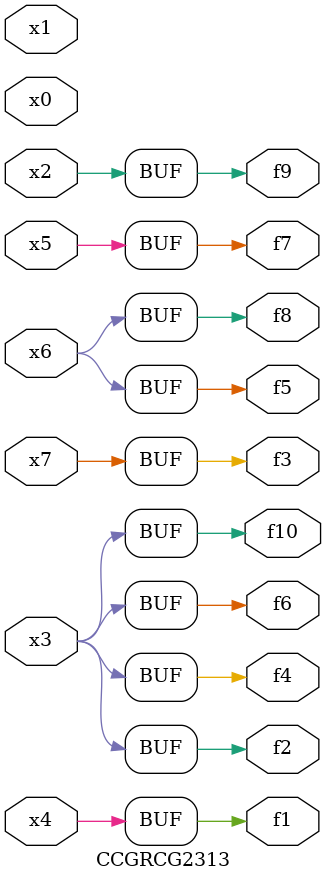
<source format=v>
module CCGRCG2313(
	input x0, x1, x2, x3, x4, x5, x6, x7,
	output f1, f2, f3, f4, f5, f6, f7, f8, f9, f10
);
	assign f1 = x4;
	assign f2 = x3;
	assign f3 = x7;
	assign f4 = x3;
	assign f5 = x6;
	assign f6 = x3;
	assign f7 = x5;
	assign f8 = x6;
	assign f9 = x2;
	assign f10 = x3;
endmodule

</source>
